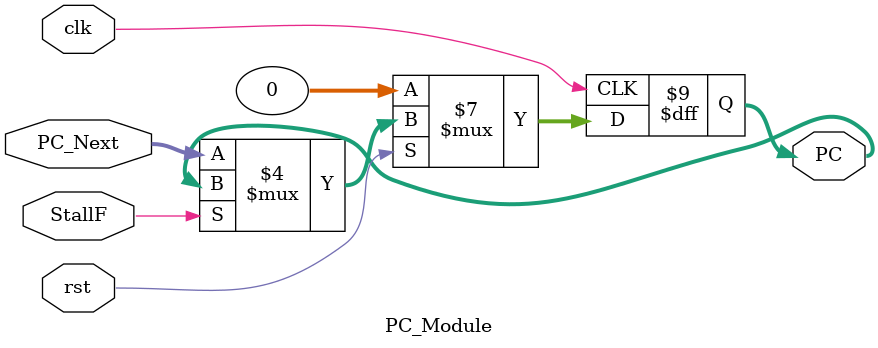
<source format=v>

module PC_Module(clk,rst,StallF,PC,PC_Next);
    input clk,rst,StallF;
    input [31:0]PC_Next;
    output [31:0]PC;
    reg [31:0]PC;

    always @(posedge clk)
    begin
        if(rst == 1'b0)
            PC <= {32{1'b0}};
        else if (!StallF)
            PC <= PC_Next;
    end
endmodule
</source>
